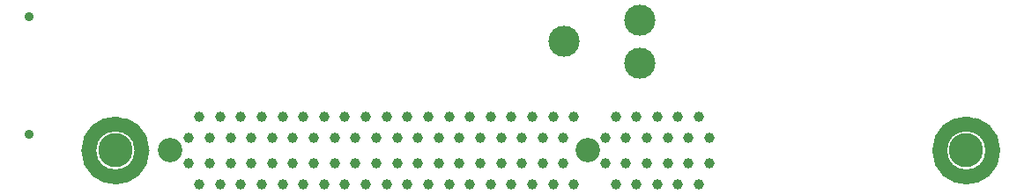
<source format=gbr>
%TF.GenerationSoftware,KiCad,Pcbnew,(5.1.10)-1*%
%TF.CreationDate,2021-08-10T11:15:44+01:00*%
%TF.ProjectId,ocu2pciex8,6f637532-7063-4696-9578-382e6b696361,rev?*%
%TF.SameCoordinates,Original*%
%TF.FileFunction,Soldermask,Bot*%
%TF.FilePolarity,Negative*%
%FSLAX46Y46*%
G04 Gerber Fmt 4.6, Leading zero omitted, Abs format (unit mm)*
G04 Created by KiCad (PCBNEW (5.1.10)-1) date 2021-08-10 11:15:44*
%MOMM*%
%LPD*%
G01*
G04 APERTURE LIST*
%ADD10C,1.400000*%
%ADD11C,3.300000*%
%ADD12C,0.800000*%
%ADD13C,0.900000*%
%ADD14C,3.000000*%
%ADD15C,2.350000*%
%ADD16C,1.000000*%
G04 APERTURE END LIST*
D10*
%TO.C,J5*%
X106300490Y-70000000D02*
G75*
G03*
X106300490Y-70000000I-2550490J0D01*
G01*
%TO.C,J4*%
X188050490Y-70000000D02*
G75*
G03*
X188050490Y-70000000I-2550490J0D01*
G01*
%TD*%
D11*
%TO.C,J5*%
X103750000Y-70000000D03*
D12*
X103750000Y-67500000D03*
X106250000Y-70000000D03*
X103750000Y-72500000D03*
X101250000Y-70000000D03*
X102000000Y-68250000D03*
X105500000Y-68250000D03*
X105500000Y-71750000D03*
X102000000Y-71750000D03*
%TD*%
D11*
%TO.C,J4*%
X185500000Y-70000000D03*
D12*
X185500000Y-67500000D03*
X188000000Y-70000000D03*
X185500000Y-72500000D03*
X183000000Y-70000000D03*
X183750000Y-68250000D03*
X187250000Y-68250000D03*
X187250000Y-71750000D03*
X183750000Y-71750000D03*
%TD*%
D13*
%TO.C,J1*%
X95460000Y-57080000D03*
X95460000Y-68450000D03*
%TD*%
D14*
%TO.C,J3*%
X154150000Y-61600000D03*
X154150000Y-57400000D03*
X146850000Y-59500000D03*
%TD*%
D15*
%TO.C,J2*%
X109000000Y-70000000D03*
D16*
X110810000Y-71250000D03*
X110810000Y-68750000D03*
X111810000Y-73250000D03*
X111810000Y-66750000D03*
X112810000Y-71250000D03*
X112810000Y-68750000D03*
X113810000Y-73250000D03*
X113810000Y-66750000D03*
X114810000Y-71250000D03*
X114810000Y-68750000D03*
X115810000Y-73250000D03*
X115810000Y-66750000D03*
X116810000Y-71250000D03*
X116810000Y-68750000D03*
X117810000Y-73250000D03*
X117810000Y-66750000D03*
X118810000Y-71250000D03*
X118810000Y-68750000D03*
X119810000Y-73250000D03*
X119810000Y-66750000D03*
X120810000Y-71250000D03*
X120810000Y-68750000D03*
X121810000Y-73250000D03*
X121810000Y-66750000D03*
X122810000Y-71250000D03*
X122810000Y-68750000D03*
X123810000Y-73250000D03*
X123810000Y-66750000D03*
X124810000Y-71250000D03*
X124810000Y-68750000D03*
X125810000Y-73250000D03*
X125810000Y-66750000D03*
X126810000Y-71250000D03*
X126810000Y-68750000D03*
X127810000Y-73250000D03*
X127810000Y-66750000D03*
X128810000Y-71250000D03*
X128810000Y-68750000D03*
X129810000Y-73250000D03*
X129810000Y-66750000D03*
X130810000Y-71250000D03*
X130810000Y-68750000D03*
X131810000Y-73250000D03*
X131810000Y-66750000D03*
X132810000Y-71250000D03*
X132810000Y-68750000D03*
X133810000Y-73250000D03*
X133810000Y-66750000D03*
X134810000Y-71250000D03*
X134810000Y-68750000D03*
X135810000Y-73250000D03*
X135810000Y-66750000D03*
X136810000Y-71250000D03*
X136810000Y-68750000D03*
X137810000Y-73250000D03*
X137810000Y-66750000D03*
X138810000Y-71250000D03*
X138810000Y-68750000D03*
X139810000Y-73250000D03*
X139810000Y-66750000D03*
X140810000Y-71250000D03*
X140810000Y-68750000D03*
X141810000Y-73250000D03*
X141810000Y-66750000D03*
X142810000Y-71250000D03*
X142810000Y-68750000D03*
X143810000Y-73250000D03*
X143810000Y-66750000D03*
X144810000Y-71250000D03*
X144810000Y-68750000D03*
X145810000Y-73250000D03*
X145810000Y-66750000D03*
X146810000Y-71250000D03*
X146810000Y-68750000D03*
X147810000Y-73250000D03*
X147810000Y-66750000D03*
D15*
X149160000Y-70000000D03*
D16*
X150810000Y-68750000D03*
X151810000Y-66750000D03*
X152810000Y-68750000D03*
X153810000Y-66750000D03*
X154810000Y-68750000D03*
X155810000Y-66750000D03*
X156810000Y-68750000D03*
X157810000Y-66750000D03*
X158810000Y-68750000D03*
X159810000Y-66750000D03*
X160810000Y-68750000D03*
X150810000Y-71250000D03*
X151810000Y-73250000D03*
X152810000Y-71250000D03*
X153810000Y-73250000D03*
X154810000Y-71250000D03*
X155810000Y-73250000D03*
X156810000Y-71250000D03*
X157810000Y-73250000D03*
X158810000Y-71250000D03*
X159810000Y-73250000D03*
X160810000Y-71250000D03*
%TD*%
M02*

</source>
